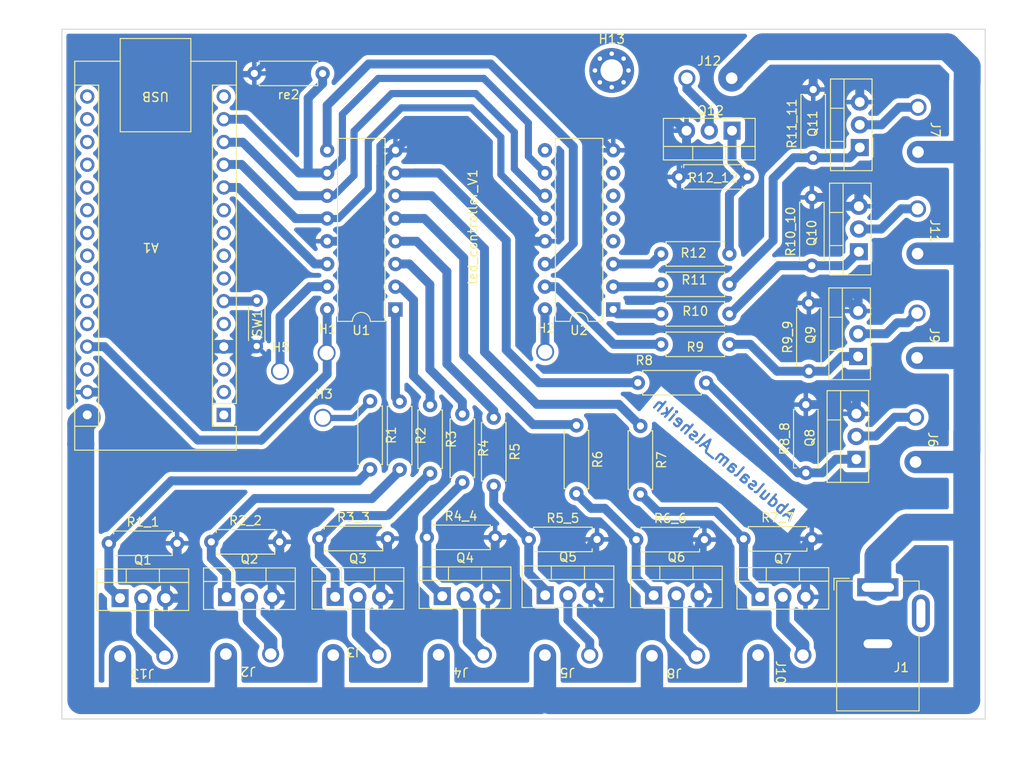
<source format=kicad_pcb>
(kicad_pcb (version 20211014) (generator pcbnew)
  (layers (0 "F.Cu" signal) (31 "B.Cu" signal) (34 "B.Paste" user) (35 "F.Paste" user) (36 "B.SilkS" user "B.Silkscreen") (37 "F.SilkS" user "F.Silkscreen") (38 "B.Mask" user) (39 "F.Mask" user) (44 "Edge.Cuts" user))
  (net 0 "")
  (net 9 "Net-(A1-Pad11)")
  (net 10 "Net-(A1-Pad12)")
  (net 11 "Net-(A1-Pad13)")
  (net 25 "Net-(J2-Pad2)")
  (net 31 "Net-(A1-Pad27)")
  (net 32 "Net-(J3-Pad2)")
  (net 33 "Net-(J4-Pad2)")
  (net 34 "Net-(J5-Pad2)")
  (net 35 "Net-(J6-Pad2)")
  (net 36 "Net-(J7-Pad2)")
  (net 37 "Net-(J8-Pad2)")
  (net 38 "Net-(J9-Pad2)")
  (net 39 "Net-(J10-Pad2)")
  (net 40 "Net-(J11-Pad2)")
  (net 41 "Net-(J12-Pad2)")
  (net 42 "Net-(J13-Pad2)")
  (net 43 "Net-(Q4-Pad1)")
  (net 44 "Net-(Q5-Pad1)")
  (net 45 "Net-(Q6-Pad1)")
  (net 46 "Net-(Q7-Pad1)")
  (net 47 "Net-(Q8-Pad1)")
  (net 48 "Net-(Q9-Pad1)")
  (net 49 "Net-(Q10-Pad1)")
  (net 50 "Net-(Q11-Pad1)")
  (net 51 "Net-(Q12-Pad1)")
  (net 52 "/gnd1")
  (net 54 "Net-(U1-Pad9)")
  (net 55 "Net-(A1-Pad14)")
  (net 56 "/swich")
  (net 57 "/+12V")
  (net 58 "/1")
  (net 59 "/2")
  (net 60 "/3")
  (net 61 "/4")
  (net 62 "/5")
  (net 63 "/6")
  (net 64 "/7")
  (net 65 "/8")
  (net 66 "/9")
  (net 67 "/10")
  (net 69 "Net-(Q3-Pad1)")
  (net 70 "Net-(Q1-Pad1)")
  (net 71 "Net-(Q2-Pad1)")
  (net 72 "/11")
  (net 73 "/12")
  (footprint "Package_TO_SOT_THT:TO-220-3_Vertical" (layer "F.Cu") (at 91.05 88.24)
    (fp_text reference "Q6")
    (fp_text value "IRLZ44N")
  )
  (footprint "z_lib_abd:barreljack_10A" (layer "F.Cu") (at 116.18 94.06)
    (fp_text reference "J1")
    (fp_text value "Barrel_Jack_Switch_Pin3Ring")
  )
  (footprint "Package_TO_SOT_THT:TO-220-3_Vertical" (layer "F.Cu") (at 55.5 88.41)
    (fp_text reference "Q3")
    (fp_text value "IRLZ44N")
  )
  (footprint "z_lib_abd:connector borne" (layer "F.Cu") (at 120.51 47.57 -90)
    (fp_text reference "J11")
    (fp_text value "Screw_Terminal_01x02")
  )
  (footprint "z_lib_abd:connector borne" (layer "F.Cu") (at 120.455 59.21 -90)
    (fp_text reference "J9")
    (fp_text value "Screw_Terminal_01x02")
  )
  (footprint "z_lib_abd:connector borne" (layer "F.Cu") (at 97.26 30.48)
    (fp_text reference "J12")
    (fp_text value "Screw_Terminal_01x02")
  )
  (footprint "z_lib_abd:connector borne" (layer "F.Cu") (at 105.21 94.92 180)
    (fp_text reference "J10")
    (fp_text value "Screw_Terminal_01x02")
  )
  (footprint "Resistor_THT:R_Axial_DIN0207_L6.3mm_D2.5mm_P7.62mm_Horizontal" (layer "F.Cu") (at 66.1 66.99 -90)
    (fp_text reference "R3")
    (fp_text value "220R")
  )
  (footprint "Resistor_THT:R_Axial_DIN0207_L6.3mm_D2.5mm_P7.62mm_Horizontal" (layer "F.Cu") (at 89.57 69.32 -90)
    (fp_text reference "R7")
    (fp_text value "220R")
  )
  (footprint "Package_TO_SOT_THT:TO-220-3_Vertical" (layer "F.Cu") (at 113.955 49.86 90)
    (fp_text reference "Q10")
    (fp_text value "IRLZ44N")
  )
  (footprint "z_lib_abd:abd_foot" (layer "F.Cu") (at 78.94 61.04)
    (fp_text reference "H2")
    (fp_text value "MountingHole")
  )
  (footprint "Resistor_THT:R_Axial_DIN0207_L6.3mm_D2.5mm_P7.62mm_Horizontal" (layer "F.Cu") (at 108.035 74.555 90)
    (fp_text reference "R8_8")
    (fp_text value "100k")
  )
  (footprint "Resistor_THT:R_Axial_DIN0207_L6.3mm_D2.5mm_P7.62mm_Horizontal" (layer "F.Cu") (at 108.86 39.36 90)
    (fp_text reference "R11_11")
    (fp_text value "100k")
  )
  (footprint "z_lib_abd:abd_foot" (layer "F.Cu") (at 49.34 63.19)
    (fp_text reference "H5")
    (fp_text value "MountingHole")
  )
  (footprint "Package_TO_SOT_THT:TO-220-3_Vertical" (layer "F.Cu") (at 99.8 36.335 180)
    (fp_text reference "Q12")
    (fp_text value "IRLZ44N")
  )
  (footprint "Resistor_THT:R_Axial_DIN0207_L6.3mm_D2.5mm_P7.62mm_Horizontal" (layer "F.Cu") (at 91.89 60.2)
    (fp_text reference "R9")
    (fp_text value "220R")
  )
  (footprint "z_lib_abd:arduino_nano_abd" (layer "F.Cu") (at 34.91 48.89 180)
    (fp_text reference "A1")
    (fp_text value "Arduino_Nano_v3.x")
  )
  (footprint "Resistor_THT:R_Axial_DIN0207_L6.3mm_D2.5mm_P7.62mm_Horizontal" (layer "F.Cu") (at 82.43 69.25 -90)
    (fp_text reference "R6")
    (fp_text value "220R")
  )
  (footprint "Package_DIP:DIP-16_W7.62mm" (layer "F.Cu") (at 86.54 56.305 180)
    (fp_text reference "U2")
    (fp_text value "74HC595")
  )
  (footprint "Resistor_THT:R_Axial_DIN0207_L6.3mm_D2.5mm_P7.62mm_Horizontal" (layer "F.Cu") (at 30.24 82.42)
    (fp_text reference "R1_1")
    (fp_text value "100k")
  )
  (footprint "Package_TO_SOT_THT:TO-220-3_Vertical" (layer "F.Cu") (at 113.875 61.56 90)
    (fp_text reference "Q9")
    (fp_text value "IRLZ44N")
  )
  (footprint "z_lib_abd:connector borne" (layer "F.Cu") (at 69.55 94.88 180)
    (fp_text reference "J4")
    (fp_text value "Screw_Terminal_01x02")
  )
  (footprint "Resistor_THT:R_Axial_DIN0207_L6.3mm_D2.5mm_P7.62mm_Horizontal" (layer "F.Cu") (at 89.1 82.01)
    (fp_text reference "R6_6")
    (fp_text value "100k")
  )
  (footprint "Package_TO_SOT_THT:TO-220-3_Vertical" (layer "F.Cu") (at 31.49 88.555)
    (fp_text reference "Q1")
    (fp_text value "IRLZ44N")
  )
  (footprint "z_lib_abd:connector borne" (layer "F.Cu") (at 81.42 94.92 180)
    (fp_text reference "J5")
    (fp_text value "Screw_Terminal_01x02")
  )
  (footprint "z_lib_abd:connector borne" (layer "F.Cu") (at 33.99 95.04 180)
    (fp_text reference "J13")
    (fp_text value "Screw_Terminal_01x02")
  )
  (footprint "Resistor_THT:R_Axial_DIN0207_L6.3mm_D2.5mm_P7.62mm_Horizontal" (layer "F.Cu") (at 62.7 66.59 -90)
    (fp_text reference "R2")
    (fp_text value "220R")
  )
  (footprint "MountingHole:MountingHole_2.5mm_Pad_Via" (layer "F.Cu") (at 86.37 29.61)
    (fp_text reference "H13")
    (fp_text value "MountingHole_Pad")
  )
  (footprint "Package_TO_SOT_THT:TO-220-3_Vertical" (layer "F.Cu") (at 102.93 88.41)
    (fp_text reference "Q7")
    (fp_text value "IRLZ44N")
  )
  (footprint "Package_DIP:DIP-16_W7.62mm" (layer "F.Cu") (at 62.23 56.305 180)
    (fp_text reference "U1")
    (fp_text value "74HC595")
  )
  (footprint "Resistor_THT:R_Axial_DIN0207_L6.3mm_D2.5mm_P7.62mm_Horizontal" (layer "F.Cu") (at 91.89 53.5)
    (fp_text reference "R11")
    (fp_text value "220R")
  )
  (footprint "z_lib_abd:connector borne" (layer "F.Cu") (at 45.8 94.8 180)
    (fp_text reference "J2")
    (fp_text value "Screw_Terminal_01x02")
  )
  (footprint "Resistor_THT:R_Axial_DIN0207_L6.3mm_D2.5mm_P7.62mm_Horizontal" (layer "F.Cu") (at 77.11 81.99)
    (fp_text reference "R5_5")
    (fp_text value "100k")
  )
  (footprint "Resistor_THT:R_Axial_DIN0207_L6.3mm_D2.5mm_P7.62mm_Horizontal" (layer "F.Cu") (at 108.375 63.2 90)
    (fp_text reference "R9_9")
    (fp_text value "100k")
  )
  (footprint "Resistor_THT:R_Axial_DIN0207_L6.3mm_D2.5mm_P7.62mm_Horizontal" (layer "F.Cu") (at 54.1 29.94 180)
    (fp_text reference "re2")
    (fp_text value "100k")
  )
  (footprint "Resistor_THT:R_Axial_DIN0207_L6.3mm_D2.5mm_P7.62mm_Horizontal" (layer "F.Cu") (at 73.2 68.39 -90)
    (fp_text reference "R5")
    (fp_text value "220R")
  )
  (footprint "z_lib_abd:abd_foot" (layer "F.Cu") (at 54.55 61.16)
    (fp_text reference "H1")
    (fp_text value "MountingHole")
  )
  (footprint "Resistor_THT:R_Axial_DIN0207_L6.3mm_D2.5mm_P7.62mm_Horizontal" (layer "F.Cu") (at 91.89 50.1)
    (fp_text reference "R12")
    (fp_text value "220R")
  )
  (footprint "Resistor_THT:R_Axial_DIN0207_L6.3mm_D2.5mm_P7.62mm_Horizontal" (layer "F.Cu") (at 65.74 81.76)
    (fp_text reference "R4_4")
    (fp_text value "100k")
  )
  (footprint "z_lib_abd:connector borne" (layer "F.Cu") (at 120.56 36.22 -90)
    (fp_text reference "J7")
    (fp_text value "Screw_Terminal_01x02")
  )
  (footprint "z_lib_abd:connector borne" (layer "F.Cu") (at 93.36 94.99 180)
    (fp_text reference "J8")
    (fp_text value "Screw_Terminal_01x02")
  )
  (footprint "z_lib_abd:connector borne" (layer "F.Cu") (at 120.285 70.845 -90)
    (fp_text reference "J6")
    (fp_text value "Screw_Terminal_01x02")
  )
  (footprint "Package_TO_SOT_THT:TO-220-3_Vertical" (layer "F.Cu") (at 43.39 88.445)
    (fp_text reference "Q2")
    (fp_text value "IRLZ44N")
  )
  (footprint "Package_TO_SOT_THT:TO-220-3_Vertical" (layer "F.Cu") (at 114.06 38.22 90)
    (fp_text reference "Q11")
    (fp_text value "IRLZ44N")
  )
  (footprint "Resistor_THT:R_Axial_DIN0207_L6.3mm_D2.5mm_P7.62mm_Horizontal" (layer "F.Cu") (at 53.73 81.89)
    (fp_text reference "R3_3")
    (fp_text value "100k")
  )
  (footprint "Resistor_THT:R_Axial_DIN0207_L6.3mm_D2.5mm_P7.62mm_Horizontal" (layer "F.Cu") (at 101.08 81.93)
    (fp_text reference "R7_7")
    (fp_text value "100k")
  )
  (footprint "Resistor_THT:R_Axial_DIN0207_L6.3mm_D2.5mm_P7.62mm_Horizontal" (layer "F.Cu") (at 59.4 66.54 -90)
    (fp_text reference "R1")
    (fp_text value "220R")
  )
  (footprint "z_lib_abd:connector borne" (layer "F.Cu") (at 57.79 94.92 180)
    (fp_text reference "J3")
    (fp_text value "Screw_Terminal_01x02")
  )
  (footprint "Resistor_THT:R_Axial_DIN0207_L6.3mm_D2.5mm_P7.62mm_Horizontal" (layer "F.Cu") (at 89.29 64.49)
    (fp_text reference "R8")
    (fp_text value "220R")
  )
  (footprint "Resistor_THT:R_Axial_DIN0207_L6.3mm_D2.5mm_P7.62mm_Horizontal" (layer "F.Cu") (at 41.68 82.26)
    (fp_text reference "R2_2")
    (fp_text value "100k")
  )
  (footprint "Resistor_THT:R_Axial_DIN0207_L6.3mm_D2.5mm_P7.62mm_Horizontal" (layer "F.Cu") (at 101.49 41.5 180)
    (fp_text reference "R12_12")
    (fp_text value "100k")
  )
  (footprint "z_lib_abd:abd_foot" (layer "F.Cu") (at 54.14 68.41)
    (fp_text reference "H3")
    (fp_text value "MountingHole")
  )
  (footprint "Resistor_THT:R_Axial_DIN0207_L6.3mm_D2.5mm_P7.62mm_Horizontal" (layer "F.Cu") (at 91.89 56.8)
    (fp_text reference "R10")
    (fp_text value "220R")
  )
  (footprint "Package_TO_SOT_THT:TO-220-3_Vertical" (layer "F.Cu") (at 67.46 88.33)
    (fp_text reference "Q4")
    (fp_text value "IRLZ44N")
  )
  (footprint "Resistor_THT:R_Axial_DIN0204_L3.6mm_D1.6mm_P5.08mm_Horizontal" (layer "F.Cu") (at 46.75 60.4 90)
    (fp_text reference "SW1")
    (fp_text value "SW_DIP_x01")
  )
  (footprint "Resistor_THT:R_Axial_DIN0207_L6.3mm_D2.5mm_P7.62mm_Horizontal" (layer "F.Cu") (at 108.71 51.41 90)
    (fp_text reference "R10_10")
    (fp_text value "100k")
  )
  (footprint "Resistor_THT:R_Axial_DIN0207_L6.3mm_D2.5mm_P7.62mm_Horizontal" (layer "F.Cu") (at 69.7 67.99 -90)
    (fp_text reference "R4")
    (fp_text value "220R")
  )
  (footprint "Package_TO_SOT_THT:TO-220-3_Vertical" (layer "F.Cu") (at 78.94 88.225)
    (fp_text reference "Q5")
    (fp_text value "IRLZ44N")
  )
  (footprint "Package_TO_SOT_THT:TO-220-3_Vertical" (layer "F.Cu") (at 113.68 73.035 90)
    (fp_text reference "Q8")
    (fp_text value "IRLZ44N")
  )
  (gr_line (start 25 102.045) (end 128.06 102.045) (layer "Edge.Cuts") (width 0.1))
  (gr_line (start 128.06 102.045) (end 128.06 25) (layer "Edge.Cuts") (width 0.1))
  (gr_line (start 128.06 25) (end 25 25) (layer "Edge.Cuts") (width 0.1))
  (gr_line (start 25 25) (end 25 102.045) (layer "Edge.Cuts") (width 0.1))
  (gr_text "Abdulsalam_Alsheikh" (at 98.95 73.07 -40) (layer "B.Cu") (effects (font (size 1.3 1.3) (thickness 0.25)) (justify mirror)))
  (gr_text "led_controller_V1" (at 70.86 47.1 90) (layer "F.SilkS") (effects (font (size 1 1))))
  (segment (start 44.68 42.68) (end 43.07 42.68) (width 1) (layer "B.Cu") (net 9))
  (segment (start 53.225 51.225) (end 44.68 42.68) (width 1) (layer "B.Cu") (net 9))
  (segment (start 54.61 51.225) (end 53.225 51.225) (width 1) (layer "B.Cu") (net 9))
  (segment (start 45.04 40.11) (end 43.1 40.11) (width 1) (layer "B.Cu") (net 10))
  (segment (start 74 41.225) (end 78.92 46.145) (width 0.8) (layer "B.Cu") (net 10))
  (segment (start 59.2 37.47) (end 62.88 33.79) (width 0.8) (layer "B.Cu") (net 10))
  (segment (start 62.88 33.79) (end 70.72 33.79) (width 0.8) (layer "B.Cu") (net 10))
  (segment (start 74 37.07) (end 74 41.225) (width 0.8) (layer "B.Cu") (net 10))
  (segment (start 70.72 33.79) (end 74 37.07) (width 0.8) (layer "B.Cu") (net 10))
  (segment (start 55.855 46.145) (end 59.2 42.8) (width 0.8) (layer "B.Cu") (net 10))
  (segment (start 59.2 42.8) (end 59.2 37.47) (width 0.8) (layer "B.Cu") (net 10))
  (segment (start 54.61 46.145) (end 55.855 46.145) (width 0.8) (layer "B.Cu") (net 10))
  (segment (start 54.61 46.145) (end 51.075 46.145) (width 1) (layer "B.Cu") (net 10))
  (segment (start 51.075 46.145) (end 45.04 40.11) (width 1) (layer "B.Cu") (net 10))
  (segment (start 78.5125 43.605) (end 78.92 43.605) (width 0.8) (layer "B.Cu") (net 11))
  (segment (start 61.81 32.19) (end 71.19 32.19) (width 0.8) (layer "B.Cu") (net 11))
  (segment (start 75.5 40.5925) (end 78.5125 43.605) (width 0.8) (layer "B.Cu") (net 11))
  (segment (start 51.165 43.605) (end 45.19 37.63) (width 1) (layer "B.Cu") (net 11))
  (segment (start 54.61 43.605) (end 55.345 43.605) (width 0.8) (layer "B.Cu") (net 11))
  (segment (start 45.19 37.63) (end 43.1 37.63) (width 1) (layer "B.Cu") (net 11))
  (segment (start 55.345 43.605) (end 57.61 41.34) (width 0.8) (layer "B.Cu") (net 11))
  (segment (start 57.61 41.34) (end 57.61 36.39) (width 0.8) (layer "B.Cu") (net 11))
  (segment (start 75.5 36.5) (end 75.5 40.5925) (width 0.8) (layer "B.Cu") (net 11))
  (segment (start 57.61 36.39) (end 61.81 32.19) (width 0.8) (layer "B.Cu") (net 11))
  (segment (start 54.61 43.605) (end 51.165 43.605) (width 1) (layer "B.Cu") (net 11))
  (segment (start 71.19 32.19) (end 75.5 36.5) (width 0.8) (layer "B.Cu") (net 11))
  (segment (start 48.3 93.3) (end 48.3 94.8) (width 1.5) (layer "B.Cu") (net 25))
  (segment (start 45.93 90.93) (end 48.3 93.3) (width 1.5) (layer "B.Cu") (net 25))
  (segment (start 45.93 88.445) (end 45.93 90.93) (width 1.5) (layer "B.Cu") (net 25))
  (segment (start 40.17 70.89) (end 47.09 70.89) (width 1) (layer "B.Cu") (net 31))
  (segment (start 54.61 63.544164) (end 54.61 56.305) (width 1) (layer "B.Cu") (net 31))
  (segment (start 54.61 63.544164) (end 47.234164 70.92) (width 1) (layer "B.Cu") (net 31))
  (segment (start 27.83 60.46) (end 29.74 60.46) (width 1) (layer "B.Cu") (net 31))
  (segment (start 29.74 60.46) (end 40.17 70.89) (width 1) (layer "B.Cu") (net 31))
  (segment (start 78.92 56.305) (end 78.92 61.17) (width 1) (layer "B.Cu") (net 31))
  (segment (start 58.1 92.57) (end 58.1 88.075) (width 1.5) (layer "B.Cu") (net 32))
  (segment (start 60.29 94.76) (end 58.1 92.57) (width 1.5) (layer "B.Cu") (net 32))
  (segment (start 70 88.952305) (end 70.5 89.452305) (width 1.5) (layer "B.Cu") (net 33))
  (segment (start 70.5 93.33) (end 72.05 94.88) (width 1.5) (layer "B.Cu") (net 33))
  (segment (start 70.5 89.452305) (end 70.5 93.33) (width 1.5) (layer "B.Cu") (net 33))
  (segment (start 70 88.33) (end 70 88.952305) (width 1.5) (layer "B.Cu") (net 33))
  (segment (start 83.92 93.42) (end 81.48 90.98) (width 1) (layer "B.Cu") (net 34))
  (segment (start 81.48 90.98) (end 81.48 88.225) (width 1) (layer "B.Cu") (net 34))
  (segment (start 83.92 94.92) (end 83.92 93.42) (width 1) (layer "B.Cu") (net 34))
  (segment (start 120.285 68.345) (end 117.955 68.345) (width 1) (layer "B.Cu") (net 35))
  (segment (start 115.865 70.435) (end 113.74 70.435) (width 1) (layer "B.Cu") (net 35))
  (segment (start 117.955 68.345) (end 115.865 70.435) (width 1) (layer "B.Cu") (net 35))
  (segment (start 120.56 33.72) (end 118.45 33.72) (width 1) (layer "B.Cu") (net 36))
  (segment (start 116.49 35.68) (end 114.06 35.68) (width 1) (layer "B.Cu") (net 36))
  (segment (start 118.45 33.72) (end 116.49 35.68) (width 1) (layer "B.Cu") (net 36))
  (segment (start 95.86 94.99) (end 93.59 92.72) (width 1.5) (layer "B.Cu") (net 37))
  (segment (start 93.59 92.72) (end 93.59 88.24) (width 1.5) (layer "B.Cu") (net 37))
  (segment (start 119.365 57.8) (end 118.225 57.8) (width 1) (layer "B.Cu") (net 38))
  (segment (start 120.455 56.71) (end 119.365 57.8) (width 1) (layer "B.Cu") (net 38))
  (segment (start 118.225 57.8) (end 117.005 59.02) (width 1) (layer "B.Cu") (net 38))
  (segment (start 117.005 59.02) (end 113.875 59.02) (width 1) (layer "B.Cu") (net 38))
  (segment (start 107.68 93.73) (end 107.68 94.92) (width 1.5) (layer "B.Cu") (net 39))
  (segment (start 105.47 91.52) (end 107.68 93.73) (width 1.5) (layer "B.Cu") (net 39))
  (segment (start 105.47 88.41) (end 105.47 91.52) (width 1.5) (layer "B.Cu") (net 39))
  (segment (start 118.7 45.07) (end 116.45 47.32) (width 1) (layer "B.Cu") (net 40))
  (segment (start 116.45 47.32) (end 113.955 47.32) (width 1) (layer "B.Cu") (net 40))
  (segment (start 120.51 45.07) (end 118.7 45.07) (width 1) (layer "B.Cu") (net 40))
  (segment (start 94.76 30.48) (end 94.76 31.68) (width 1) (layer "B.Cu") (net 41))
  (segment (start 97.26 34.18) (end 97.26 36.335) (width 1) (layer "B.Cu") (net 41))
  (segment (start 94.76 31.68) (end 97.26 34.18) (width 1) (layer "B.Cu") (net 41))
  (segment (start 34.03 92.26) (end 34.03 88.555) (width 1.5) (layer "B.Cu") (net 42))
  (segment (start 36.49 94.72) (end 34.03 92.26) (width 1.5) (layer "B.Cu") (net 42))
  (segment (start 65.74 81.76) (end 65.74 86.61) (width 1) (layer "B.Cu") (net 43))
  (segment (start 65.74 86.61) (end 67.46 88.33) (width 1) (layer "B.Cu") (net 43))
  (segment (start 65.74 79.66) (end 65.74 81.76) (width 1) (layer "B.Cu") (net 43))
  (segment (start 69.7 75.7) (end 65.74 79.66) (width 1) (layer "B.Cu") (net 43))
  (segment (start 77.11 81.99) (end 77.11 85.78) (width 1) (layer "B.Cu") (net 44))
  (segment (start 73.2 76.01) (end 73.2 78.08) (width 1) (layer "B.Cu") (net 44))
  (segment (start 77.11 85.78) (end 78.94 87.61) (width 1) (layer "B.Cu") (net 44))
  (segment (start 73.2 78.08) (end 77.11 81.99) (width 1) (layer "B.Cu") (net 44))
  (segment (start 89.1 82.01) (end 89.1 86.29) (width 1) (layer "B.Cu") (net 45))
  (segment (start 89.1 86.29) (end 91.05 88.24) (width 1) (layer "B.Cu") (net 45))
  (segment (start 85.6 78.52) (end 89.09 82.01) (width 1) (layer "B.Cu") (net 45))
  (segment (start 82.43 76.87) (end 84.08 78.52) (width 1) (layer "B.Cu") (net 45))
  (segment (start 84.08 78.52) (end 85.6 78.52) (width 1) (layer "B.Cu") (net 45))
  (segment (start 98.01 78.86) (end 101.08 81.93) (width 1) (layer "B.Cu") (net 46))
  (segment (start 101.08 81.93) (end 101.08 86.56) (width 1) (layer "B.Cu") (net 46))
  (segment (start 91.49 78.86) (end 98.01 78.86) (width 1) (layer "B.Cu") (net 46))
  (segment (start 101.08 86.56) (end 102.93 88.41) (width 1) (layer "B.Cu") (net 46))
  (segment (start 89.57 76.94) (end 91.49 78.86) (width 1) (layer "B.Cu") (net 46))
  (segment (start 107.145 74.555) (end 97.08 64.49) (width 1) (layer "B.Cu") (net 47))
  (segment (start 109.875 74.555) (end 108.035 74.555) (width 1) (layer "B.Cu") (net 47))
  (segment (start 113.68 73.035) (end 111.395 73.035) (width 1) (layer "B.Cu") (net 47))
  (segment (start 108.035 74.555) (end 107.145 74.555) (width 1) (layer "B.Cu") (net 47))
  (segment (start 111.395 73.035) (end 109.875 74.555) (width 1) (layer "B.Cu") (net 47))
  (segment (start 113.875 61.56) (end 112.055 61.56) (width 1) (layer "B.Cu") (net 48))
  (segment (start 108.375 63.2) (end 104.83 63.2) (width 1) (layer "B.Cu") (net 48))
  (segment (start 104.83 63.2) (end 101.83 60.2) (width 1) (layer "B.Cu") (net 48))
  (segment (start 101.83 60.2) (end 99.51 60.2) (width 1) (layer "B.Cu") (net 48))
  (segment (start 110.415 63.2) (end 108.375 63.2) (width 1) (layer "B.Cu") (net 48))
  (segment (start 112.055 61.56) (end 110.415 63.2) (width 1) (layer "B.Cu") (net 48))
  (segment (start 112.405 51.41) (end 113.955 49.86) (width 1) (layer "B.Cu") (net 49))
  (segment (start 104.99 51.41) (end 99.6 56.8) (width 1) (layer "B.Cu") (net 49))
  (segment (start 108.71 51.41) (end 112.405 51.41) (width 1) (layer "B.Cu") (net 49))
  (segment (start 108.71 51.41) (end 107.76 51.41) (width 1) (layer "B.Cu") (net 49))
  (segment (start 108.71 51.41) (end 104.99 51.41) (width 1) (layer "B.Cu") (net 49))
  (segment (start 112.9 39.38) (end 114.06 38.22) (width 1) (layer "B.Cu") (net 50))
  (segment (start 104.39 41.67) (end 104.39 48.63) (width 1) (layer "B.Cu") (net 50))
  (segment (start 112.33 39.38) (end 112.9 39.38) (width 1) (layer "B.Cu") (net 50))
  (segment (start 108.86 39.36) (end 106.7 39.36) (width 1) (layer "B.Cu") (net 50))
  (segment (start 104.38 48.62) (end 99.51 53.49) (width 1) (layer "B.Cu") (net 50))
  (segment (start 106.7 39.36) (end 104.39 41.67) (width 1) (layer "B.Cu") (net 50))
  (segment (start 112.35 39.36) (end 108.86 39.36) (width 1) (layer "B.Cu") (net 50))
  (segment (start 99.8 39.81) (end 99.8 36.37) (width 1) (layer "B.Cu") (net 51))
  (segment (start 99.51 43.48) (end 99.51 50.1) (width 1) (layer "B.Cu") (net 51))
  (segment (start 101.49 41.5) (end 99.51 43.48) (width 1) (layer "B.Cu") (net 51))
  (segment (start 101.49 41.5) (end 99.8 39.81) (width 1) (layer "B.Cu") (net 51))
  (segment (start 115.54 41.79) (end 113.955 43.375) (width 1) (layer "B.Cu") (net 52))
  (segment (start 121.48 36.19) (end 123.02 34.65) (width 1) (layer "B.Cu") (net 52))
  (segment (start 121.88 47.39) (end 119.38 47.39) (width 1) (layer "B.Cu") (net 52))
  (segment (start 43.07 60.46) (end 46.69 60.46) (width 1.5) (layer "B.Cu") (net 52))
  (segment (start 39.75 89.92) (end 41.56 91.73) (width 0.7) (layer "B.Cu") (net 52))
  (segment (start 113.26 93.64) (end 111.99 94.91) (width 3) (layer "B.Cu") (net 52))
  (segment (start 45.45 93.55) (end 45.5 93.5) (width 0.8) (layer "B.Cu") (net 52))
  (segment (start 97.08 31.4) (end 97.08 28.6) (width 1) (layer "B.Cu") (net 52))
  (segment (start 122.9 69.04) (end 121.39 70.55) (width 1) (layer "B.Cu") (net 52))
  (segment (start 108.71 43.79) (end 110.78 43.79) (width 1) (layer "B.Cu") (net 52))
  (segment (start 113.875 54.638019) (end 115.35 53.163019) (width 1) (layer "B.Cu") (net 52))
  (segment (start 112.66 66.935) (end 108.035 66.935) (width 1) (layer "B.Cu") (net 52))
  (segment (start 110.78 43.79) (end 111.77 44.78) (width 1) (layer "B.Cu") (net 52))
  (segment (start 97.7 97.01) (end 95.68 97.01) (width 0.5) (layer "B.Cu") (net 52))
  (segment (start 57.455 51.53) (end 57.48 51.53) (width 0.25) (layer "B.Cu") (net 52))
  (segment (start 57.455 50.2425) (end 57.455 51.53) (width 1) (layer "B.Cu") (net 52))
  (segment (start 37.36 73.06) (end 29.84 65.54) (width 1) (layer "B.Cu") (net 52))
  (segment (start 69.87 35.42) (end 65.335 35.42) (width 1) (layer "B.Cu") (net 52))
  (segment (start 94.645 36.41) (end 94.72 36.335) (width 0.8) (layer "B.Cu") (net 52))
  (segment (start 62.04 96.87) (end 63.86 95.05) (width 0.5) (layer "B.Cu") (net 52))
  (segment (start 122.9 67.41) (end 122.9 69.04) (width 1) (layer "B.Cu") (net 52))
  (segment (start 92.86 94.161573) (end 91.378427 92.68) (width 0.5) (layer "B.Cu") (net 52))
  (segment (start 99.365 92.37) (end 99.365 95.345) (width 0.5) (layer "B.Cu") (net 52))
  (segment (start 51.985 94.585) (end 49.4 97.17) (width 0.8) (layer "B.Cu") (net 52))
  (segment (start 88.91 92.68) (end 87 94.59) (width 0.5) (layer "B.Cu") (net 52))
  (segment (start 55.87 92.58) (end 53.99 92.58) (width 0.8) (layer "B.Cu") (net 52))
  (segment (start 120.21 41.79) (end 121.28 41.79) (width 1) (layer "B.Cu") (net 52))
  (segment (start 60.5 40.255) (end 62.23 38.525) (width 0.8) (layer "B.Cu") (net 52))
  (segment (start 50.035 88.445) (end 48.47 88.445) (width 0.7) (layer "B.Cu") (net 52))
  (segment (start 78.92 48.685) (end 77.685 48.685) (width 1) (layer "B.Cu") (net 52))
  (segment (start 111.99 94.91) (end 112.07 94.83) (width 0.7) (layer "B.Cu") (net 52))
  (segment (start 115.35 53.163019) (end 117.47 53.163019) (width 1) (layer "B.Cu") (net 52))
  (segment (start 69.45 94.40132) (end 69.45 96.05) (width 0.5) (layer "B.Cu") (net 52))
  (segment (start 118.95 70.55) (end 117.44 72.06) (width 1) (layer "B.Cu") (net 52))
  (segment (start 99.365 95.345) (end 97.7 97.01) (width 0.5) (layer "B.Cu") (net 52))
  (segment (start 105.83 97.09) (end 105.13 96.39) (width 1) (layer "B.Cu") (net 52))
  (segment (start 96.13 88.24) (end 96.13 90.29) (width 1) (layer "B.Cu") (net 52))
  (segment (start 118.235 60.59) (end 119.525 59.3) (width 1) (layer "B.Cu") (net 52))
  (segment (start 111.99 94.91) (end 109.81 97.09) (width 1) (layer "B.Cu") (net 52))
  (segment (start 74.14 88.33) (end 75.57 89.76) (width 0.7) (layer "B.Cu") (net 52))
  (segment (start 60.5 43.92637) (end 60.5 40.255) (width 0.8) (layer "B.Cu") (net 52))
  (segment (start 91.07 29.39) (end 91.07 32.835) (width 1) (layer "B.Cu") (net 52))
  (segment (start 87 94.59) (end 87 95.93) (width 0.5) (layer "B.Cu") (net 52))
  (segment (start 120.2 64.72) (end 118.105 62.625) (width 1) (layer "B.Cu") (net 52))
  (segment (start 114.06 29.73) (end 114.06 33.14) (width 1) (layer "B.Cu") (net 52))
  (segment (start 41.56 91.73) (end 41.61 91.73) (width 0.5) (layer "B.Cu") (net 52))
  (segment (start 69 93.5) (end 69 93.95132) (width 0.5) (layer "B.Cu") (net 52))
  (segment (start 103.83 31.75) (end 102.28 33.3) (width 1) (layer "B.Cu") (net 52))
  (segment (start 98.98 33.3) (end 97.08 31.4) (width 1) (layer "B.Cu") (net 52))
  (segment (start 108.01 82.62) (end 108.01 88.41) (width 1) (layer "B.Cu") (net 52))
  (segment (start 118.98 36.19) (end 121.48 36.19) (width 1) (layer "B.Cu") (net 52))
  (segment (start 119.9 41.47) (end 117.98 39.55) (width 1) (layer "B.Cu") (net 52))
  (segment (start 112.07 94.83) (end 112.07 81.66) (width 1) (layer "B.Cu") (net 52))
  (segment (start 119.38 47.39) (end 117.38 49.39) (width 1) (layer "B.Cu") (net 52))
  (segment (start 112.07 81.66) (end 112.07 79.79) (width 1) (layer "B.Cu") (net 52))
  (segment (start 38.385 88.555) (end 39.89 90.06) (width 0.7) (layer "B.Cu") (net 52))
  (segment (start 49.09 27.33) (end 75.345 27.33) (width 0.7) (layer "B.Cu") (net 52))
  (segment (start 43.73 91.73) (end 41.56 91.73) (width 0.8) (layer "B.Cu") (net 52))
  (segment (start 61.35 84.47) (end 60.58 85.24) (width 1) (layer "B.Cu") (net 52))
  (segment (start 87 95.93) (end 85.94 96.99) (width 0.5) (layer "B.Cu") (net 52))
  (segment (start 123.38 45.89) (end 121.88 47.39) (width 1) (layer "B.Cu") (net 52))
  (segment (start 75.345 27.33) (end 86.54 38.525) (width 0.7) (layer "B.Cu") (net 52))
  (segment (start 60.58 85.24) (end 60.58 88.41) (width 1) (layer "B.Cu") (net 52))
  (segment (start 82.8 96.99) (end 81.34 95.53) (width 0.5) (layer "B.Cu") (net 52))
  (segment (start 75.57 89.76) (end 75.57 92.43) (width 0.7) (layer "B.Cu") (net 52))
  (segment (start 118.105 60.818019) (end 118.205 60.718019) (width 1) (layer "B.Cu") (net 52))
  (segment (start 98.21 92.37) (end 100.99 92.37) (width 1) (layer "B.Cu") (net 52))
  (segment (start 113.875 56.46) (end 113.875 54.98) (width 1) (layer "B.Cu") (net 52))
  (segment (start 37.86 82.42) (end 37.86 84.57) (width 1) (layer "B.Cu") (net 52))
  (segment (start 113.875 56.46) (end 112.985 55.57) (width 1) (layer "B.Cu") (net 52))
  (segment (start 118.105 62.625) (end 118.105 60.818019) (width 1) (layer "B.Cu") (net 52))
  (segment (start 57.48 63.84) (end 57.47 63.85) (width 1) (layer "B.Cu") (net 52))
  (segment (start 70.53 97.13) (end 73.16 97.13) (width 0.5) (layer "B.Cu") (net 52))
  (segment (start 73.36 84.3) (end 72.54 85.12) (width 1) (layer "B.Cu") (net 52))
  (segment (start 73.16 97.13) (end 75.57 94.72) (width 0.5) (layer "B.Cu") (net 52))
  (segment (start 63.86 95.05) (end 66.35 92.56) (width 0.5) (layer "B.Cu") (net 52))
  (segment (start 118.2 93.6) (end 118.16 93.64) (width 3) (layer "B.Cu") (net 52))
  (segment (start 36.57 85.86) (end 36.57 88.555) (width 1) (layer "B.Cu") (net 52))
  (segment (start 48.47 85.39) (end 49.32 84.54) (width 1) (layer "B.Cu") (net 52))
  (segment (start 43.07 60.46) (end 40.86 60.46) (width 1.5) (layer "B.Cu") (net 52))
  (segment (start 60.58 88.41) (end 62.25 88.41) (width 0.7) (layer "B.Cu") (net 52))
  (segment (start 95.88 27.4) (end 93.08 27.4) (width 1) (layer "B.Cu") (net 52))
  (segment (start 56.04 92.84) (end 57.74 94.54) (width 0.5) (layer "B.Cu") (net 52))
  (segment (start 105.13 96.39) (end 105.13 93.68) (width 1) (layer "B.Cu") (net 52))
  (segment (start 73.36 81.76) (end 73.36 84.3) (width 1) (layer "B.Cu") (net 52))
  (segment (start 112.985 55.57) (end 108.385 55.57) (width 1) (layer "B.Cu") (net 52))
  (segment (start 66.35 92.56) (end 68.06 92.56) (width 0.5) (layer "B.Cu") (net 52))
  (segment (start 120.28 53.163019) (end 117.47 53.163019) (width 1) (layer "B.Cu") (net 52))
  (segment (start 37.86 84.57) (end 36.57 85.86) (width 1) (layer "B.Cu") (net 52))
  (segment (start 103.82 92.37) (end 101 92.37) (width 1) (layer "B.Cu") (net 52))
  (segment (start 46.67 97.17) (end 45.45 95.95) (width 0.8) (layer "B.Cu") (net 52))
  (segment (start 49.32 84.54) (end 49.32 81.77) (width 1) (layer "B.Cu") (net 52))
  (segment (start 69.45 96.05) (end 70.53 97.13) (width 0.5) (layer "B.Cu") (net 52))
  (segment (start 85.94 96.99) (end 82.8 96.99) (width 0.5) (layer "B.Cu") (net 52))
  (segment (start 87.01 91.35) (end 84.02 88.36) (width 0.7) (layer "B.Cu") (net 52))
  (segment (start 58.68 96.87) (end 62.04 96.87) (width 0.5) (layer "B.Cu") (net 52))
  (segment (start 120.21 41.79) (end 115.54 41.79) (width 1) (layer "B.Cu") (net 52))
  (segment (start 112.07 79.79) (end 117.43 74.43) (width 1) (layer "B.Cu") (net 52))
  (segment (start 121.745 59.3) (end 122.835 58.21) (width 1) (layer "B.Cu") (net 52))
  (segment (start 55.8975 48.685) (end 57.455 50.2425) (width 1) (layer "B.Cu") (net 52))
  (segment (start 105.13 93.68) (end 103.82 92.37) (width 1) (layer "B.Cu") (net 52))
  (segment (start 96.13 82.6) (end 96.72 82.01) (width 1) (layer "B.Cu") (net 52))
  (segment (start 55.74137 48.685) (end 60.5 43.92637) (width 0.8) (layer "B.Cu") (net 52))
  (segment (start 49.4 97.17) (end 46.67 97.17) (width 0.8) (layer "B.Cu") (net 52))
  (segment (start 54.61 48.685) (end 55.8975 48.685) (width 1) (layer "B.Cu") (net 52))
  (segment (start 117.44 72.06) (end 117.44 74.47) (width 1) (layer "B.Cu") (net 52))
  (segment (start 57.76 95.95) (end 58.68 96.87) (width 0.5) (layer "B.Cu") (net 52))
  (segment (start 94.72 36.335) (end 94.72 40.65) (width 1) (layer "B.Cu") (net 52))
  (segment (start 108.86 31.74) (end 108.86 29.81) (width 1) (layer "B.Cu") (net 52))
  (segment (start 61.35 81.89) (end 61.35 84.47) (width 1) (layer "B.Cu") (net 52))
  (segment (start 122.835 55.718019) (end 120.28 53.163019) (width 1) (layer "B.Cu") (net 52))
  (segment (start 51.72 90.13) (end 50.035 88.445) (width 0.7) (layer "B.Cu") (net 52))
  (segment (start 97.08 28.6) (end 95.88 27.4) (width 1) (layer "B.Cu") (net 52))
  (segment (start 63.86 90.02) (end 63.86 95.05) (width 0.7) (layer "B.Cu") (net 52))
  (segment (start 48.39 73.06) (end 37.36 73.06) (width 1) (layer "B.Cu") (net 52))
  (segment (start 54.61 48.685) (end 55.74137 48.685) (width 0.8) (layer "B.Cu") (net 52))
  (segment (start 111.77 44.78) (end 113.955 44.78) (width 1) (layer "B.Cu") (net 52))
  (segment (start 108.7 81.93) (end 108.01 82.62) (width 1) (layer "B.Cu") (net 52))
  (segment (start 75.57 92.43) (end 75.57 94.72) (width 0.7) (layer "B.Cu") (net 52))
  (segment (start 108.86 31.74) (end 108.85 31.75) (width 1) (layer "B.Cu") (net 52))
  (segment (start 91.07 29.41) (end 91.07 30.16) (width 1) (layer "B.Cu") (net 52))
  (segment (start 114.838019 64.721981) (end 113.69 65.87) (width 1) (layer "B.Cu") (net 52))
  (segment (start 108.7 81.93) (end 111.8 81.93) (width 1) (layer "B.Cu") (net 52))
  (segment (start 121.28 41.79) (end 123.38 43.89) (width 1) (layer "B.Cu") (net 52))
  (segment (start 112.8 29.68) (end 108.99 29.68) (width 1) (layer "B.Cu") (net 52))
  (segment (start 117.98 39.55) (end 117.98 37.19) (width 1) (layer "B.Cu") (net 52))
  (segment (start 91.07 32.835) (end 94.645 36.41) (width 1) (layer "B.Cu") (net 52))
  (segment (start 51.72 94.85) (end 51.985 94.585) (width 0.8) (layer "B.Cu") (net 52))
  (segment (start 79.93 92.43) (end 75.57 92.43) (width 0.5) (layer "B.Cu") (net 52))
  (segment (start 41.29 30.03) (end 46.39 30.03) (width 0.7) (layer "B.Cu") (net 52))
  (segment (start 123.02 34.65) (end 123.02 31.37) (width 1) (layer "B.Cu") (net 52))
  (segment (start 68.06 92.56) (end 69 93.5) (width 0.5) (layer "B.Cu") (net 52))
  (segment (start 121.39 70.55) (end 118.95 70.55) (width 1) (layer "B.Cu") (net 52))
  (segment (start 93.08 27.4) (end 91.07 29.41) (width 1) (layer "B.Cu") (net 52))
  (segment (start 45.45 95.95) (end 45.45 93.55) (width 0.8) (layer "B.Cu") (net 52))
  (segment (start 72.33 42.095) (end 72.33 37.88) (width 1) (layer "B.Cu") (net 52))
  (segment (start 120.201981 64.721981) (end 114.838019 64.721981) (width 1) (layer "B.Cu") (net 52))
  (segment (start 94.72 40.65) (end 93.87 41.5) (width 1) (layer "B.Cu") (net 52))
  (segment (start 48.47 88.445) (end 48.47 85.39) (width 1) (layer "B.Cu") (net 52))
  (segment (start 46.48 29.94) (end 49.09 27.33) (width 0.7) (layer "B.Cu") (net 52))
  (segment (start 87.01 94.73) (end 87.01 91.35) (width 0.5) (layer "B.Cu") (net 52))
  (segment (start 113.68 65.91) (end 113.68 67.955) (width 1) (layer "B.Cu") (net 52))
  (segment (start 81.34 95.53) (end 81.34 93.84) (width 0.5) (layer "B.Cu") (net 52))
  (segment (start 94.86 96.86) (end 92.86 94.86) (width 0.5) (layer "B.Cu") (net 52))
  (segment (start 36.57 88.555) (end 38.385 88.555) (width 1) (layer "B.Cu") (net 52))
  (segment (start 91.49 28.97) (end 91.07 29.39) (width 1) (layer "B.Cu") (net 52))
  (segment (start 56.04 92.82) (end 56.04 92.84) (width 0.5) (layer "B.Cu") (net 52))
  (segment (start 122.835 58.21) (end 122.835 56.06) (width 1) (layer "B.Cu") (net 52))
  (segment (start 123.38 43.89) (end 123.38 45.89) (width 1) (layer "B.Cu") (net 52))
  (segment (start 122.89 67.41) (end 120.201981 64.721981) (width 1) (layer "B.Cu") (net 52))
  (segment (start 51.72 90.13) (end 51.72 94.85) (width 0.8) (layer "B.Cu") (net 52))
  (segment (start 40.86 60.46) (end 39.13 58.73) (width 0.7) (layer "B.Cu") (net 52))
  (segment (start 117.98 37.19) (end 118.98 36.19) (width 1) (layer "B.Cu") (net 52))
  (segment (start 109.81 97.09) (end 105.83 97.09) (width 1) (layer "B.Cu") (net 52))
  (segment (start 29.84 65.54) (end 27.83 65.54) (width 1) (layer "B.Cu") (net 52))
  (segment (start 57.74 94.54) (end 57.76 94.54) (width 0.5) (layer "B.Cu") (net 52))
  (segment (start 121.35 29.7) (end 112.47 29.7) (width 1) (layer "B.Cu") (net 52))
  (segment (start 72.54 85.12) (end 72.54 88.33) (width 1) (layer "B.Cu") (net 52))
  (segment (start 95.46 96.86) (end 94.86 96.86) (width 0.5) (layer "B.Cu") (net 52))
  (segment (start 84.02 82.7) (end 84.02 88.225) (width 1) (layer "B.Cu") (net 52))
  (segment (start 102.28 33.3) (end 98.98 33.3) (width 1) (layer "B.Cu") (net 52))
  (segment (start 108.85 31.75) (end 103.83 31.75) (width 1) (layer "B.Cu") (net 52))
  (segment (start 118.16 93.64) (end 113.26 93.64) (width 3.2) (layer "B.Cu") (net 52))
  (segment (start 57.48 51.53) (end 57.48 63.84) (width 1) (layer "B.Cu") (net 52))
  (segment (start 113.67 67.945) (end 112.66 66.935) (width 1) (layer "B.Cu") (net 52))
  (segment (start 62.25 88.41) (end 63.86 90.02) (width 0.7) (layer "B.Cu") (net 52))
  (segment (start 84.73 81.99) (end 84.02 82.7) (width 1) (layer "B.Cu") (net 52))
  (segment (start 57.76 94.561573) (end 57.76 95.95) (width 0.5) (layer "B.Cu") (net 52))
  (segment (start 117.38 49.39) (end 117.38 52.89) (width 1) (layer "B.Cu") (net 52))
  (segment (start 72.33 43.33) (end 72.33 42.095) (width 1) (layer "B.Cu") (net 52))
  (segment (start 39.13 32.19) (end 41.29 30.03) (width 0.7) (layer "B.Cu") (net 52))
  (segment (start 96.13 90.29) (end 98.21 92.37) (width 1) (layer "B.Cu") (net 52))
  (segment (start 77.685 48.685) (end 72.33 43.33) (width 1) (layer "B.Cu") (net 52))
  (segment (start 81.34 93.84) (end 79.93 92.43) (width 0.5) (layer "B.Cu") (net 52))
  (segment (start 72.33 37.88) (end 69.87 35.42) (width 1) (layer "B.Cu") (net 52))
  (segment (start 69 93.95132) (end 69.45 94.40132) (width 0.5) (layer "B.Cu") (net 52))
  (segment (start 65.335 35.42) (end 62.23 38.525) (width 1) (layer "B.Cu") (net 52))
  (segment (start 96.13 88.24) (end 96.13 82.6) (width 1) (layer "B.Cu") (net 52))
  (segment (start 92.86 94.86) (end 92.86 94.161573) (width 0.5) (layer "B.Cu") (net 52))
  (segment (start 123.02 31.37) (end 121.35 29.7) (width 1) (layer "B.Cu") (net 52))
  (segment (start 53.99 92.58) (end 51.985 94.585) (width 0.8) (layer "B.Cu") (net 52))
  (segment (start 45.5 93.5) (end 43.73 91.73) (width 0.8) (layer "B.Cu") (net 52))
  (segment (start 116.62 75.23) (end 117.455 74.395) (width 1) (layer "B.Cu") (net 52))
  (segment (start 72.54 88.33) (end 74.14 88.33) (width 0.7) (layer "B.Cu") (net 52))
  (segment (start 91.378427 92.68) (end 88.91 92.68) (width 0.5) (layer "B.Cu") (net 52))
  (segment (start 39.13 58.73) (end 39.13 32.19) (width 0.7) (layer "B.Cu") (net 52))
  (segment (start 113.955 43.375) (end 113.955 44.78) (width 1) (layer "B.Cu") (net 52))
  (segment (start 119.525 59.3) (end 121.745 59.3) (width 1) (layer "B.Cu") (net 52))
  (segment (start 82.08 48.92) (end 82.08 38.12) (width 1) (layer "B.Cu") (net 54))
  (segment (start 82.08 38.12) (end 72.85 28.89) (width 1) (layer "B.Cu") (net 54))
  (segment (start 79.775 51.225) (end 82.08 48.92) (width 1) (layer "B.Cu") (net 54))
  (segment (start 78.92 51.225) (end 79.775 51.225) (width 1) (layer "B.Cu") (net 54))
  (segment (start 59.23 28.89) (end 54.61 33.51) (width 1) (layer "B.Cu") (net 54))
  (segment (start 72.85 28.89) (end 59.23 28.89) (width 1) (layer "B.Cu") (net 54))
  (segment (start 54.61 33.51) (end 54.61 38.525) (width 1) (layer "B.Cu") (net 54))
  (segment (start 56.31 34.5) (end 56.31 39.365) (width 0.8) (layer "B.Cu") (net 55))
  (segment (start 45.46 35.06) (end 43.07 35.06) (width 1) (layer "B.Cu") (net 55))
  (segment (start 77.07 39.215) (end 77.07 35.48) (width 0.8) (layer "B.Cu") (net 55))
  (segment (start 52.49 32.68) (end 54.1 31.07) (width 1) (layer "B.Cu") (net 55))
  (segment (start 51.465 41.065) (end 54.61 41.065) (width 1) (layer "B.Cu") (net 55))
  (segment (start 51.57 41.06) (end 52.49 41.06) (width 0.7) (layer "B.Cu") (net 55))
  (segment (start 54.1 31.07) (end 54.1 29.94) (width 1) (layer "B.Cu") (net 55))
  (segment (start 60.31 30.5) (end 56.31 34.5) (width 0.8) (layer "B.Cu") (net 55))
  (segment (start 56.31 39.365) (end 54.61 41.065) (width 0.8) (layer "B.Cu") (net 55))
  (segment (start 77.07 35.48) (end 72.09 30.5) (width 0.8) (layer "B.Cu") (net 55))
  (segment (start 52.49 41.06) (end 52.49 32.68) (width 1) (layer "B.Cu") (net 55))
  (segment (start 51.52 41.01) (end 51.57 41.06) (width 0.7) (layer "B.Cu") (net 55))
  (segment (start 72.09 30.5) (end 60.31 30.5) (width 0.8) (layer "B.Cu") (net 55))
  (segment (start 51.465 41.065) (end 51.52 41.01) (width 0.25) (layer "B.Cu") (net 55))
  (segment (start 51.465 41.065) (end 45.46 35.06) (width 1) (layer "B.Cu") (net 55))
  (segment (start 78.92 41.065) (end 77.07 39.215) (width 0.8) (layer "B.Cu") (net 55))
  (segment (start 43.07 55.38) (end 46.69 55.38) (width 1) (layer "B.Cu") (net 56))
  (segment (start 126 99.99) (end 126 70) (width 3) (layer "B.Cu") (net 57))
  (segment (start 99.76 30.48) (end 99.76 30.4) (width 3) (layer "B.Cu") (net 57))
  (segment (start 119.34 80.63) (end 125.28 80.63) (width 3) (layer "B.Cu") (net 57))
  (segment (start 27.1 69.07) (end 27.83 68.34) (width 3) (layer "B.Cu") (net 57))
  (segment (start 43.3 94.8) (end 43.3 99.47) (width 2.5) (layer "B.Cu") (net 57))
  (segment (start 27.11 99.9) (end 27.11 71.36) (width 3) (layer "B.Cu") (net 57))
  (segment (start 126.02 30.915) (end 126.02 38.475) (width 3) (layer "B.Cu") (net 57))
  (segment (start 126.02 49.135) (end 126.02 38.475) (width 3) (layer "B.Cu") (net 57))
  (segment (start 78.82 99.38) (end 79.44 100) (width 3) (layer "B.Cu") (net 57))
  (segment (start 116.08 83.89) (end 119.34 80.63) (width 3) (layer "B.Cu") (net 57))
  (segment (start 126.02 72.155) (end 126.02 49.135) (width 3) (layer "B.Cu") (net 57))
  (segment (start 103.24 26.96) (end 123.83 26.96) (width 3) (layer "B.Cu") (net 57))
  (segment (start 123.83 26.96) (end 126.05 29.18) (width 3) (layer "B.Cu") (net 57))
  (segment (start 67.05 94.88) (end 67.05 99.59) (width 2.5) (layer "B.Cu") (net 57))
  (segment (start 27.11 71.36) (end 27.1 71.35) (width 3) (layer "B.Cu") (net 57))
  (segment (start 120.455 61.71) (end 124.65 61.71) (width 2.5) (layer "B.Cu") (net 57))
  (segment (start 120.56 38.72) (end 120.57 38.73) (width 2) (layer "B.Cu") (net 57))
  (segment (start 27.1 71.35) (end 27.1 69.07) (width 3) (layer "B.Cu") (net 57))
  (segment (start 90.86 94.99) (end 90.86 99.54) (width 2.5) (layer "B.Cu") (net 57))
  (segment (start 120.285 73.345) (end 124.965 73.345) (width 2.5) (layer "B.Cu") (net 57))
  (segment (start 55.29 94.92) (end 55.29 99.4) (width 2.5) (layer "B.Cu") (net 57))
  (segment (start 99.76 30.4) (end 103.17 26.99) (width 3) (layer "B.Cu") (net 57))
  (segment (start 78.33 100) (end 78.95 99.38) (width 3) (layer "B.Cu") (net 57))
  (segment (start 31.49 95.04) (end 31.49 99.23) (width 2.5) (layer "B.Cu") (net 57))
  (segment (start 116.08 87.34) (end 116.08 83.89) (width 3) (layer "B.Cu") (net 57))
  (segment (start 102.72 94.93) (end 102.72 99.52) (width 2.5) (layer "B.Cu") (net 57))
  (segment (start 78.92 94.92) (end 78.92 99.5) (width 2.5) (layer "B.Cu") (net 57))
  (segment (start 27.12 99.96) (end 27.16 100) (width 3) (layer "B.Cu") (net 57))
  (segment (start 27.16 100) (end 78.33 100) (width 3) (layer "B.Cu") (net 57))
  (segment (start 120.51 50.07) (end 124.49 50.07) (width 2.5) (layer "B.Cu") (net 57))
  (segment (start 125.775 38.72) (end 120.56 38.72) (width 2.5) (layer "B.Cu") (net 57))
  (segment (start 79.44 100) (end 126 100) (width 3) (layer "B.Cu") (net 57))
  (segment (start 126.05 29.18) (end 126.05 30.945) (width 3) (layer "B.Cu") (net 57))
  (segment (start 59.4 66.54) (end 57.51 68.43) (width 0.7) (layer "B.Cu") (net 58))
  (segment (start 57.51 68.43) (end 54.16 68.43) (width 0.7) (layer "B.Cu") (net 58))
  (segment (start 54.61 53.765) (end 52.665 53.765) (width 1) (layer "B.Cu") (net 58))
  (segment (start 52.665 53.765) (end 49.35 57.08) (width 1) (layer "B.Cu") (net 58))
  (segment (start 49.35 57.08) (end 49.35 63.06) (width 1) (layer "B.Cu") (net 58))
  (segment (start 54.16 68.43) (end 54.14 68.41) (width 0.7) (layer "B.Cu") (net 58))
  (segment (start 62.7 66.59) (end 62.23 66.12) (width 1) (layer "B.Cu") (net 59))
  (segment (start 62.23 66.12) (end 62.23 56.305) (width 1) (layer "B.Cu") (net 59))
  (segment (start 64.25 63.73) (end 64.25 55.25) (width 1) (layer "B.Cu") (net 60))
  (segment (start 62.765 53.765) (end 62.23 53.765) (width 1) (layer "B.Cu") (net 60))
  (segment (start 66.1 65.58) (end 64.25 63.73) (width 1) (layer "B.Cu") (net 60))
  (segment (start 64.25 55.25) (end 62.765 53.765) (width 1) (layer "B.Cu") (net 60))
  (segment (start 66.1 66.99) (end 66.1 65.58) (width 1) (layer "B.Cu") (net 60))
  (segment (start 66.07 53.52) (end 63.775 51.225) (width 1) (layer "B.Cu") (net 61))
  (segment (start 69.7 67.99) (end 69.7 66.62) (width 1) (layer "B.Cu") (net 61))
  (segment (start 69.7 66.62) (end 66.07 62.99) (width 1) (layer "B.Cu") (net 61))
  (segment (start 66.07 62.99) (end 66.07 53.52) (width 1) (layer "B.Cu") (net 61))
  (segment (start 63.775 51.225) (end 62.23 51.225) (width 1) (layer "B.Cu") (net 61))
  (segment (start 64.585 48.685) (end 62.23 48.685) (width 1) (layer "B.Cu") (net 62))
  (segment (start 73.2 67.61) (end 67.97 62.38) (width 1) (layer "B.Cu") (net 62))
  (segment (start 73.2 68.39) (end 73.2 67.61) (width 1) (layer "B.Cu") (net 62))
  (segment (start 67.97 62.38) (end 67.97 52.07) (width 1) (layer "B.Cu") (net 62))
  (segment (start 67.97 52.07) (end 64.585 48.685) (width 1) (layer "B.Cu") (net 62))
  (segment (start 82.32 69.16) (end 77.59 69.16) (width 1) (layer "B.Cu") (net 63))
  (segment (start 69.85 61.42) (end 69.85 50.54) (width 1) (layer "B.Cu") (net 63))
  (segment (start 69.85 50.54) (end 65.455 46.145) (width 1) (layer "B.Cu") (net 63))
  (segment (start 77.59 69.16) (end 69.85 61.42) (width 1) (layer "B.Cu") (net 63))
  (segment (start 65.455 46.145) (end 62.23 46.145) (width 1) (layer "B.Cu") (net 63))
  (segment (start 87.15 66.9) (end 78.02 66.9) (width 1) (layer "B.Cu") (net 64))
  (segment (start 89.57 69.32) (end 87.15 66.9) (width 1) (layer "B.Cu") (net 64))
  (segment (start 66.255 43.605) (end 62.23 43.605) (width 1) (layer "B.Cu") (net 64))
  (segment (start 72.17 61.05) (end 72.17 49.52) (width 1) (layer "B.Cu") (net 64))
  (segment (start 72.17 49.52) (end 66.255 43.605) (width 1) (layer "B.Cu") (net 64))
  (segment (start 78.02 66.9) (end 72.17 61.05) (width 1) (layer "B.Cu") (net 64))
  (segment (start 67.08 41.06) (end 64.52 41.06) (width 1) (layer "B.Cu") (net 65))
  (segment (start 78.26 64.49) (end 89.29 64.49) (width 1) (layer "B.Cu") (net 65))
  (segment (start 64.52 41.06) (end 64.515 41.065) (width 0.25) (layer "B.Cu") (net 65))
  (segment (start 74.6 48.58) (end 67.08 41.06) (width 1) (layer "B.Cu") (net 65))
  (segment (start 64.515 41.065) (end 62.23 41.065) (width 1) (layer "B.Cu") (net 65))
  (segment (start 74.6 60.83) (end 74.6 48.58) (width 1) (layer "B.Cu") (net 65))
  (segment (start 78.26 64.49) (end 74.6 60.83) (width 1) (layer "B.Cu") (net 65))
  (segment (start 80.165 53.765) (end 86.6 60.2) (width 1) (layer "B.Cu") (net 66))
  (segment (start 86.6 60.2) (end 91.89 60.2) (width 1) (layer "B.Cu") (net 66))
  (segment (start 78.92 53.765) (end 80.165 53.765) (width 1) (layer "B.Cu") (net 66))
  (segment (start 91.89 56.8) (end 87.035 56.8) (width 1) (layer "B.Cu") (net 67))
  (segment (start 87.035 56.8) (end 86.54 56.305) (width 1) (layer "B.Cu") (net 67))
  (segment (start 53.73 83.82) (end 53.73 81.89) (width 1) (layer "B.Cu") (net 69))
  (segment (start 55.5 85.59) (end 53.73 83.82) (width 1) (layer "B.Cu") (net 69))
  (segment (start 55.5 88.41) (end 55.5 85.59) (width 1) (layer "B.Cu") (net 69))
  (segment (start 66.09 74.61) (end 61.4 79.3) (width 1) (layer "B.Cu") (net 69))
  (segment (start 61.15 79.33) (end 56.29 79.33) (width 1) (layer "B.Cu") (net 69))
  (segment (start 56.29 79.33) (end 53.73 81.89) (width 1) (layer "B.Cu") (net 69))
  (segment (start 37.21 75.45) (end 58.11 75.45) (width 1) (layer "B.Cu") (net 70))
  (segment (start 30.24 87.305) (end 31.49 88.555) (width 1) (layer "B.Cu") (net 70))
  (segment (start 30.24 82.42) (end 30.24 87.305) (width 1) (layer "B.Cu") (net 70))
  (segment (start 30.24 82.42) (end 37.21 75.45) (width 1) (layer "B.Cu") (net 70))
  (segment (start 59.4 74.16) (end 58.11 75.45) (width 1) (layer "B.Cu") (net 70))
  (segment (start 41.68 82.26) (end 41.68 84.09) (width 1) (layer "B.Cu") (net 71))
  (segment (start 59.61 77.42) (end 63 74.03) (width 1) (layer "B.Cu") (net 71))
  (segment (start 43.39 85.8) (end 43.39 88.445) (width 1) (layer "B.Cu") (net 71))
  (segment (start 41.68 84.09) (end 43.39 85.8) (width 1) (layer "B.Cu") (net 71))
  (segment (start 41.68 82.26) (end 46.52 77.42) (width 1) (layer "B.Cu") (net 71))
  (segment (start 46.52 77.42) (end 59.61 77.42) (width 1) (layer "B.Cu") (net 71))
  (segment (start 91.89 53.5) (end 91.625 53.765) (width 1) (layer "B.Cu") (net 72))
  (segment (start 91.625 53.765) (end 86.54 53.765) (width 1) (layer "B.Cu") (net 72))
  (segment (start 86.54 51.225) (end 90.765 51.225) (width 1) (layer "B.Cu") (net 73))
  (segment (start 90.765 51.225) (end 91.89 50.1) (width 1) (layer "B.Cu") (net 73))
  (zone (net 52) (net_name "/gnd1") (layer "B.Cu") (connect_pads (clearance 0.5)) (min_thickness 0.5) (fill yes (thermal_gap 0.508) (thermal_bridge_width 0.508))
    (polygon (pts (xy 132.39 104.16) (xy 18.09 106.29) (xy 21.87 22.22) (xy 130.74 21.74)))
  )
)
</source>
